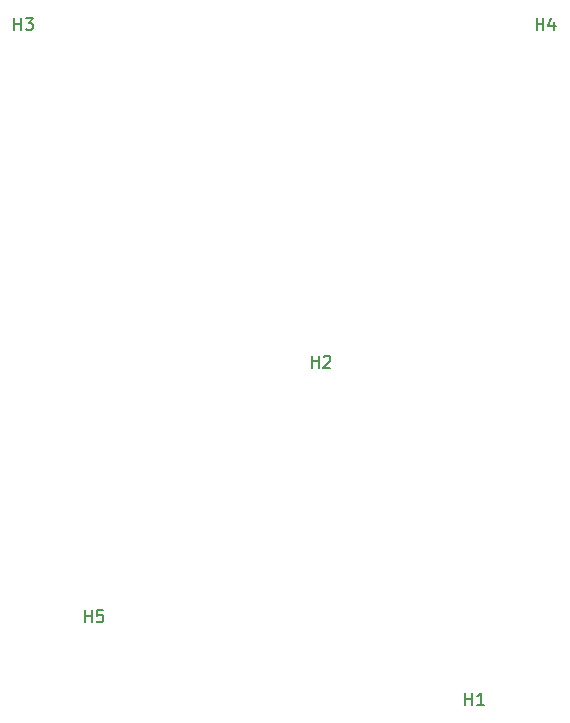
<source format=gbr>
G04 #@! TF.GenerationSoftware,KiCad,Pcbnew,(5.1.7)-1*
G04 #@! TF.CreationDate,2020-12-06T21:30:45-08:00*
G04 #@! TF.ProjectId,plate pcb,706c6174-6520-4706-9362-2e6b69636164,rev?*
G04 #@! TF.SameCoordinates,Original*
G04 #@! TF.FileFunction,Legend,Top*
G04 #@! TF.FilePolarity,Positive*
%FSLAX46Y46*%
G04 Gerber Fmt 4.6, Leading zero omitted, Abs format (unit mm)*
G04 Created by KiCad (PCBNEW (5.1.7)-1) date 2020-12-06 21:30:45*
%MOMM*%
%LPD*%
G01*
G04 APERTURE LIST*
%ADD10C,0.150000*%
G04 APERTURE END LIST*
D10*
X105793781Y-121419571D02*
X105793781Y-120419571D01*
X105793781Y-120895762D02*
X106365209Y-120895762D01*
X106365209Y-121419571D02*
X106365209Y-120419571D01*
X107317590Y-120419571D02*
X106841400Y-120419571D01*
X106793781Y-120895762D01*
X106841400Y-120848143D01*
X106936638Y-120800524D01*
X107174733Y-120800524D01*
X107269971Y-120848143D01*
X107317590Y-120895762D01*
X107365209Y-120991000D01*
X107365209Y-121229095D01*
X107317590Y-121324333D01*
X107269971Y-121371952D01*
X107174733Y-121419571D01*
X106936638Y-121419571D01*
X106841400Y-121371952D01*
X106793781Y-121324333D01*
X144043252Y-71295745D02*
X144043252Y-70295745D01*
X144043252Y-70771936D02*
X144614680Y-70771936D01*
X144614680Y-71295745D02*
X144614680Y-70295745D01*
X145519442Y-70629079D02*
X145519442Y-71295745D01*
X145281347Y-70248126D02*
X145043252Y-70962412D01*
X145662299Y-70962412D01*
X99840651Y-71271096D02*
X99840651Y-70271096D01*
X99840651Y-70747287D02*
X100412079Y-70747287D01*
X100412079Y-71271096D02*
X100412079Y-70271096D01*
X100793032Y-70271096D02*
X101412079Y-70271096D01*
X101078746Y-70652049D01*
X101221603Y-70652049D01*
X101316841Y-70699668D01*
X101364460Y-70747287D01*
X101412079Y-70842525D01*
X101412079Y-71080620D01*
X101364460Y-71175858D01*
X101316841Y-71223477D01*
X101221603Y-71271096D01*
X100935889Y-71271096D01*
X100840651Y-71223477D01*
X100793032Y-71175858D01*
X125018602Y-99871446D02*
X125018602Y-98871446D01*
X125018602Y-99347637D02*
X125590030Y-99347637D01*
X125590030Y-99871446D02*
X125590030Y-98871446D01*
X126018602Y-98966685D02*
X126066221Y-98919066D01*
X126161459Y-98871446D01*
X126399554Y-98871446D01*
X126494792Y-98919066D01*
X126542411Y-98966685D01*
X126590030Y-99061923D01*
X126590030Y-99157161D01*
X126542411Y-99300018D01*
X125970983Y-99871446D01*
X126590030Y-99871446D01*
X138017902Y-128421295D02*
X138017902Y-127421295D01*
X138017902Y-127897486D02*
X138589330Y-127897486D01*
X138589330Y-128421295D02*
X138589330Y-127421295D01*
X139589330Y-128421295D02*
X139017902Y-128421295D01*
X139303616Y-128421295D02*
X139303616Y-127421295D01*
X139208378Y-127564153D01*
X139113140Y-127659391D01*
X139017902Y-127707010D01*
M02*

</source>
